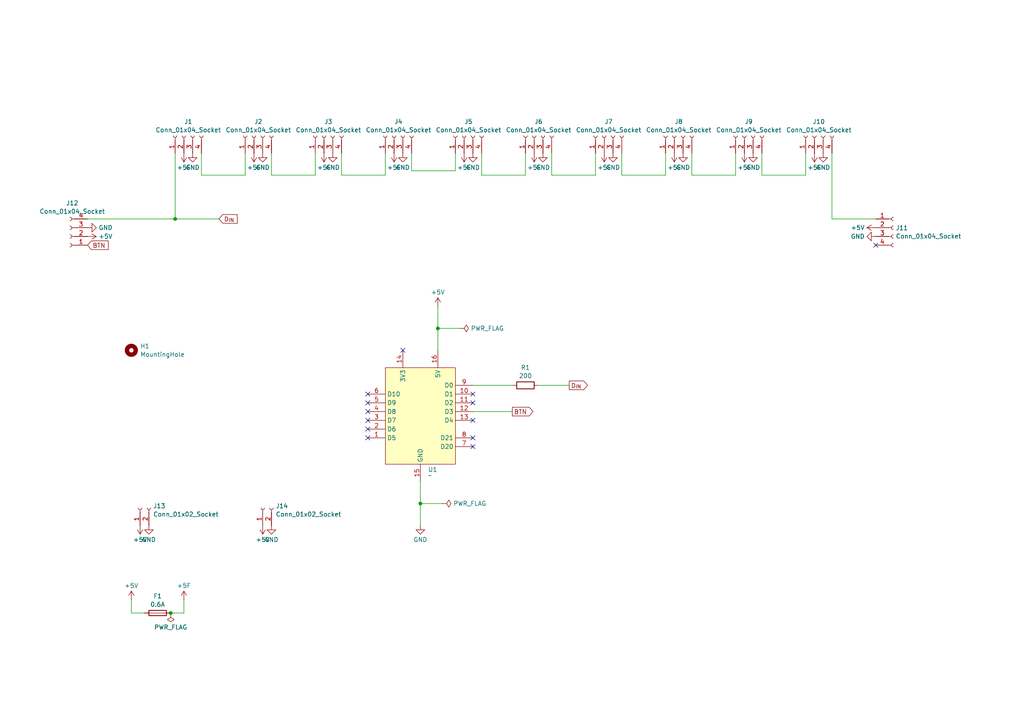
<source format=kicad_sch>
(kicad_sch (version 20231120) (generator "eeschema") (generator_version "8.0")
  (paper "A4")
  (lib_symbols
    (symbol "Connector:Conn_01x02_Socket" (pin_names (offset 1.016) hide)
      (property "Reference" "J" (at 0 2.54 0))
      (property "Value" "Conn_01x02_Socket" (at 0 -5.08 0))
      (symbol "Conn_01x02_Socket_1_1"
        (arc (start 0 -2.032) (mid -0.5058 -2.54) (end 0 -3.048) (stroke (width 0.1524)))
        (polyline (pts (xy -1.27 -2.54) (xy -0.508 -2.54)) (stroke (width 0.1524)))
        (polyline (pts (xy -1.27 0) (xy -0.508 0)) (stroke (width 0.1524)))
        (arc (start 0 0.508) (mid -0.5058 0) (end 0 -0.508) (stroke (width 0.1524)))
        (pin passive line (at -5.08 0 0) (length 3.81) (name "Pin_1") (number "1"))
        (pin passive line (at -5.08 -2.54 0) (length 3.81) (name "Pin_2") (number "2"))
      )
    )
    (symbol "Connector:Conn_01x04_Socket" (pin_names (offset 1.016) hide)
      (property "Reference" "J" (at 0 5.08 0))
      (property "Value" "Conn_01x04_Socket" (at 0 -7.62 0))
      (symbol "Conn_01x04_Socket_1_1"
        (arc (start 0 -4.572) (mid -0.5058 -5.08) (end 0 -5.588) (stroke (width 0.1524)))
        (arc (start 0 -2.032) (mid -0.5058 -2.54) (end 0 -3.048) (stroke (width 0.1524)))
        (polyline (pts (xy -1.27 -5.08) (xy -0.508 -5.08)) (stroke (width 0.1524)))
        (polyline (pts (xy -1.27 -2.54) (xy -0.508 -2.54)) (stroke (width 0.1524)))
        (polyline (pts (xy -1.27 0) (xy -0.508 0)) (stroke (width 0.1524)))
        (polyline (pts (xy -1.27 2.54) (xy -0.508 2.54)) (stroke (width 0.1524)))
        (arc (start 0 0.508) (mid -0.5058 0) (end 0 -0.508) (stroke (width 0.1524)))
        (arc (start 0 3.048) (mid -0.5058 2.54) (end 0 2.032) (stroke (width 0.1524)))
        (pin passive line (at -5.08 2.54 0) (length 3.81) (name "Pin_1") (number "1"))
        (pin passive line (at -5.08 0 0) (length 3.81) (name "Pin_2") (number "2"))
        (pin passive line (at -5.08 -2.54 0) (length 3.81) (name "Pin_3") (number "3"))
        (pin passive line (at -5.08 -5.08 0) (length 3.81) (name "Pin_4") (number "4"))
      )
    )
    (symbol "Device:Fuse" (pin_numbers hide) (pin_names (offset 0))
      (property "Reference" "F" (at 2.032 0 90))
      (property "Value" "Fuse" (at -1.905 0 90))
      (symbol "Fuse_0_1"
        (rectangle (start -0.762 -2.54) (end 0.762 2.54) (stroke (width 0.254)))
        (polyline (pts (xy 0 2.54) (xy 0 -2.54)))
      )
      (symbol "Fuse_1_1"
        (pin passive line (at 0 3.81 270) (length 1.27) (name "~") (number "1"))
        (pin passive line (at 0 -3.81 90) (length 1.27) (name "~") (number "2"))
      )
    )
    (symbol "Device:R" (pin_numbers hide) (pin_names (offset 0))
      (property "Reference" "R" (at 2.032 0 90))
      (property "Value" "R" (at 0 0 90))
      (symbol "R_0_1"
        (rectangle (start -1.016 -2.54) (end 1.016 2.54) (stroke (width 0.254)))
      )
      (symbol "R_1_1"
        (pin passive line (at 0 3.81 270) (length 1.27) (name "~") (number "1"))
        (pin passive line (at 0 -3.81 90) (length 1.27) (name "~") (number "2"))
      )
    )
    (symbol "Mechanical:MountingHole" (pin_names (offset 1.016)) (exclude_from_sim yes) (in_bom no)
      (property "Reference" "H" (at 0 5.08 0))
      (property "Value" "MountingHole" (at 0 3.175 0))
      (symbol "MountingHole_0_1"
        (circle (center 0 0) (radius 1.27) (stroke (width 1.27)))
      )
    )
    (symbol "ledpcb:ESP32C3"
      (property "Reference" "U" (at -1.27 -1.27 0))
      (symbol "ESP32C3_1_1"
        (rectangle (start 0 27.94) (end 20.32 0) (fill (type background)))
        (pin bidirectional line (at -5.08 7.62 0) (length 5.08) (name "D5") (number "1"))
        (pin bidirectional line (at 25.4 20.32 180) (length 5.08) (name "D1") (number "10"))
        (pin bidirectional line (at 25.4 17.78 180) (length 5.08) (name "D2") (number "11"))
        (pin bidirectional line (at 25.4 15.24 180) (length 5.08) (name "D3") (number "12"))
        (pin bidirectional line (at 25.4 12.7 180) (length 5.08) (name "D4") (number "13"))
        (pin bidirectional line (at 5.08 33.02 270) (length 5.08) (name "3V3") (number "14"))
        (pin bidirectional line (at 10.16 -5.08 90) (length 5.08) (name "GND") (number "15"))
        (pin bidirectional line (at 15.24 33.02 270) (length 5.08) (name "5V") (number "16"))
        (pin bidirectional line (at -5.08 10.16 0) (length 5.08) (name "D6") (number "2"))
        (pin bidirectional line (at -5.08 12.7 0) (length 5.08) (name "D7") (number "3"))
        (pin bidirectional line (at -5.08 15.24 0) (length 5.08) (name "D8") (number "4"))
        (pin bidirectional line (at -5.08 17.78 0) (length 5.08) (name "D9") (number "5"))
        (pin bidirectional line (at -5.08 20.32 0) (length 5.08) (name "D10") (number "6"))
        (pin bidirectional line (at 25.4 5.08 180) (length 5.08) (name "D20") (number "7"))
        (pin bidirectional line (at 25.4 7.62 180) (length 5.08) (name "D21") (number "8"))
        (pin bidirectional line (at 25.4 22.86 180) (length 5.08) (name "D0") (number "9"))
      )
    )
    (symbol "power:+5F" (power) (pin_numbers hide) (pin_names (offset 0) hide)
      (property "Value" "+5F" (at 0 3.556 0))
      (symbol "+5F_0_1"
        (polyline (pts (xy -0.762 1.27) (xy 0 2.54)))
        (polyline (pts (xy 0 0) (xy 0 2.54)))
        (polyline (pts (xy 0 2.54) (xy 0.762 1.27)))
      )
      (symbol "+5F_1_1"
        (pin power_in line (at 0 0 90) (length 0) (name "~") (number "1"))
      )
    )
    (symbol "power:+5V" (power) (pin_numbers hide) (pin_names (offset 0) hide)
      (property "Value" "+5V" (at 0 3.556 0))
      (symbol "+5V_0_1"
        (polyline (pts (xy -0.762 1.27) (xy 0 2.54)))
        (polyline (pts (xy 0 0) (xy 0 2.54)))
        (polyline (pts (xy 0 2.54) (xy 0.762 1.27)))
      )
      (symbol "+5V_1_1"
        (pin power_in line (at 0 0 90) (length 0) (name "~") (number "1"))
      )
    )
    (symbol "power:GND" (power) (pin_numbers hide) (pin_names (offset 0) hide)
      (property "Value" "GND" (at 0 -3.81 0))
      (symbol "GND_0_1"
        (polyline (pts (xy 0 0) (xy 0 -1.27) (xy 1.27 -1.27) (xy 0 -2.54) (xy -1.27 -1.27) (xy 0 -1.27)))
      )
      (symbol "GND_1_1"
        (pin power_in line (at 0 0 270) (length 0) (name "~") (number "1"))
      )
    )
    (symbol "power:PWR_FLAG" (power) (pin_numbers hide) (pin_names (offset 0) hide)
      (property "Value" "PWR_FLAG" (at 0 3.81 0))
      (symbol "PWR_FLAG_0_0"
        (pin power_out line (at 0 0 90) (length 0) (name "~") (number "1"))
      )
      (symbol "PWR_FLAG_0_1"
        (polyline (pts (xy 0 0) (xy 0 1.27) (xy -1.016 1.905) (xy 0 2.54) (xy 1.016 1.905) (xy 0 1.27)))
      )
    )
  )
  (junction (at 127 95.25))
  (junction (at 49.53 177.8))
  (junction (at 121.92 146.05))
  (junction (at 50.8 63.5))
  (no_connect (at 106.68 116.84))
  (no_connect (at 116.84 101.6))
  (no_connect (at 137.16 121.92))
  (no_connect (at 106.68 119.38))
  (no_connect (at 106.68 121.92))
  (no_connect (at 254 71.12))
  (no_connect (at 137.16 116.84))
  (no_connect (at 137.16 114.3))
  (no_connect (at 106.68 114.3))
  (no_connect (at 106.68 127))
  (no_connect (at 106.68 124.46))
  (no_connect (at 137.16 129.54))
  (no_connect (at 137.16 127))
  (wire (pts (xy 53.34 177.8) (xy 49.53 177.8)))
  (wire (pts (xy 58.42 44.45) (xy 58.42 50.8)))
  (wire (pts (xy 38.1 177.8) (xy 41.91 177.8)))
  (wire (pts (xy 121.92 146.05) (xy 128.27 146.05)))
  (wire (pts (xy 200.66 44.45) (xy 200.66 50.8)))
  (wire (pts (xy 254 63.5) (xy 241.3 63.5)))
  (wire (pts (xy 180.34 44.45) (xy 180.34 50.8)))
  (wire (pts (xy 111.76 50.8) (xy 111.76 44.45)))
  (wire (pts (xy 172.72 50.8) (xy 172.72 44.45)))
  (wire (pts (xy 127 95.25) (xy 133.35 95.25)))
  (wire (pts (xy 127 95.25) (xy 127 101.6)))
  (wire (pts (xy 241.3 44.45) (xy 241.3 63.5)))
  (wire (pts (xy 160.02 50.8) (xy 172.72 50.8)))
  (wire (pts (xy 50.8 63.5) (xy 63.5 63.5)))
  (wire (pts (xy 220.98 44.45) (xy 220.98 50.8)))
  (wire (pts (xy 38.1 173.99) (xy 38.1 177.8)))
  (wire (pts (xy 78.74 44.45) (xy 78.74 50.8)))
  (wire (pts (xy 127 88.9) (xy 127 95.25)))
  (wire (pts (xy 78.74 50.8) (xy 91.44 50.8)))
  (wire (pts (xy 71.12 50.8) (xy 71.12 44.45)))
  (wire (pts (xy 58.42 50.8) (xy 71.12 50.8)))
  (wire (pts (xy 50.8 44.45) (xy 50.8 63.5)))
  (wire (pts (xy 213.36 50.8) (xy 213.36 44.45)))
  (wire (pts (xy 233.68 50.8) (xy 233.68 44.45)))
  (wire (pts (xy 99.06 44.45) (xy 99.06 50.8)))
  (wire (pts (xy 25.4 63.5) (xy 50.8 63.5)))
  (wire (pts (xy 152.4 50.8) (xy 152.4 44.45)))
  (wire (pts (xy 139.7 44.45) (xy 139.7 50.8)))
  (wire (pts (xy 91.44 50.8) (xy 91.44 44.45)))
  (wire (pts (xy 137.16 119.38) (xy 148.59 119.38)))
  (wire (pts (xy 160.02 44.45) (xy 160.02 50.8)))
  (wire (pts (xy 139.7 50.8) (xy 152.4 50.8)))
  (wire (pts (xy 53.34 173.99) (xy 53.34 177.8)))
  (wire (pts (xy 121.92 139.7) (xy 121.92 146.05)))
  (wire (pts (xy 119.38 44.45) (xy 119.38 49.53)))
  (wire (pts (xy 119.38 49.53) (xy 132.08 49.53)))
  (wire (pts (xy 156.21 111.76) (xy 165.1 111.76)))
  (wire (pts (xy 121.92 146.05) (xy 121.92 152.4)))
  (wire (pts (xy 137.16 111.76) (xy 148.59 111.76)))
  (wire (pts (xy 200.66 50.8) (xy 213.36 50.8)))
  (wire (pts (xy 99.06 50.8) (xy 111.76 50.8)))
  (wire (pts (xy 132.08 49.53) (xy 132.08 44.45)))
  (wire (pts (xy 220.98 50.8) (xy 233.68 50.8)))
  (wire (pts (xy 180.34 50.8) (xy 193.04 50.8)))
  (wire (pts (xy 193.04 50.8) (xy 193.04 44.45)))
  (global_label "BTN" (shape input) (at 25.4 71.12 0) (property "Intersheetrefs" "${INTERSHEET_REFS}" (effects (hide yes))))
  (global_label "D_{IN}" (shape output) (at 165.1 111.76 0) (property "Intersheetrefs" "${INTERSHEET_REFS}" (effects (hide yes))))
  (global_label "BTN" (shape output) (at 148.59 119.38 0) (property "Intersheetrefs" "${INTERSHEET_REFS}" (effects (hide yes))))
  (global_label "D_{IN}" (shape input) (at 63.5 63.5 0) (property "Intersheetrefs" "${INTERSHEET_REFS}" (effects (hide yes))))
  (symbol (lib_id "power:+5V") (at 25.4 68.58 270) (unit 1)
    (property "Reference" "#PWR013" (effects (hide yes)))
    (property "Value" "+5V" (at 28.575 68.58 90) (effects (justify left)))
    (property "Description" "Power symbol creates a global label with name \"+5V\"" (effects (hide yes)))
  )
  (symbol (lib_id "power:GND") (at 25.4 66.04 90) (unit 1)
    (property "Reference" "#PWR012" (effects (hide yes)))
    (property "Value" "GND" (at 28.575 66.04 90) (effects (justify right)))
    (property "Description" "Power symbol creates a global label with name \"GND\" , ground" (effects (hide yes)))
  )
  (symbol (lib_id "power:PWR_FLAG") (at 49.53 177.8 180) (unit 1)
    (property "Reference" "#FLG01" (effects (hide yes)))
    (property "Value" "PWR_FLAG" (at 49.53 181.9331 0))
    (property "Description" "Special symbol for telling ERC where power comes from" (effects (hide yes)))
  )
  (symbol (lib_id "power:GND") (at 76.2 44.45 0) (unit 1)
    (property "Reference" "#PWR02" (effects (hide yes)))
    (property "Value" "GND" (at 76.2 48.5831 0))
    (property "Description" "Power symbol creates a global label with name \"GND\" , ground" (effects (hide yes)))
  )
  (symbol (lib_id "power:+5F") (at 53.34 173.99 0) (unit 1)
    (property "Reference" "#PWR025" (effects (hide yes)))
    (property "Value" "+5F" (at 53.34 169.8569 0))
    (property "Description" "Power symbol creates a global label with name \"+5F\"" (effects (hide yes)))
  )
  (symbol (lib_id "Connector:Conn_01x04_Socket") (at 259.08 66.04 0) (unit 1)
    (property "Reference" "J11" (at 259.7912 66.0978 0) (effects (justify left)))
    (property "Value" "Conn_01x04_Socket" (at 259.7912 68.5221 0) (effects (justify left)))
    (property "Footprint" "Connector_JST:JST_ZH_B4B-ZR_1x04_P1.50mm_Vertical" (effects (hide yes)))
    (property "Datasheet" "C22362446" (effects (hide yes)))
    (property "Description" "Generic connector, single row, 01x04, script generated" (effects (hide yes)))
  )
  (symbol (lib_id "power:GND") (at 96.52 44.45 0) (unit 1)
    (property "Reference" "#PWR03" (effects (hide yes)))
    (property "Value" "GND" (at 96.52 48.5831 0))
    (property "Description" "Power symbol creates a global label with name \"GND\" , ground" (effects (hide yes)))
  )
  (symbol (lib_id "Connector:Conn_01x02_Socket") (at 40.64 147.32 90) (unit 1)
    (property "Reference" "J13" (at 44.3992 146.7428 90) (effects (justify right)))
    (property "Value" "Conn_01x02_Socket" (at 44.3992 149.1671 90) (effects (justify right)))
    (property "Footprint" "Connector_JST:JST_ZH_B2B-ZR_1x02_P1.50mm_Vertical" (effects (hide yes)))
    (property "Datasheet" "C22362444" (effects (hide yes)))
    (property "Description" "Generic connector, single row, 01x02, script generated" (effects (hide yes)))
  )
  (symbol (lib_id "power:+5F") (at 215.9 44.45 180) (unit 1)
    (property "Reference" "#PWR022" (effects (hide yes)))
    (property "Value" "+5F" (at 215.9 48.5831 0))
    (property "Description" "Power symbol creates a global label with name \"+5F\"" (effects (hide yes)))
  )
  (symbol (lib_id "power:+5V") (at 38.1 173.99 0) (unit 1)
    (property "Reference" "#PWR026" (effects (hide yes)))
    (property "Value" "+5V" (at 38.1 169.8569 0))
    (property "Description" "Power symbol creates a global label with name \"+5V\"" (effects (hide yes)))
  )
  (symbol (lib_id "ledpcb:ESP32C3") (at 111.76 134.62 0) (unit 1)
    (property "Reference" "U1" (at 124.1141 136.2131 0) (effects (justify left)))
    (property "Value" "~" (at 124.1141 137.8945 0) (effects (justify left)))
    (property "Footprint" "ledbcp:ESP32C3" (effects (hide yes)))
  )
  (symbol (lib_id "power:+5F") (at 53.34 44.45 180) (unit 1)
    (property "Reference" "#PWR014" (effects (hide yes)))
    (property "Value" "+5F" (at 53.34 48.5831 0))
    (property "Description" "Power symbol creates a global label with name \"+5F\"" (effects (hide yes)))
  )
  (symbol (lib_id "Connector:Conn_01x02_Socket") (at 76.2 147.32 90) (unit 1)
    (property "Reference" "J14" (at 79.9592 146.7428 90) (effects (justify right)))
    (property "Value" "Conn_01x02_Socket" (at 79.9592 149.1671 90) (effects (justify right)))
    (property "Footprint" "Connector_JST:JST_ZH_B2B-ZR_1x02_P1.50mm_Vertical" (effects (hide yes)))
    (property "Datasheet" "C22362444" (effects (hide yes)))
    (property "Description" "Generic connector, single row, 01x02, script generated" (effects (hide yes)))
  )
  (symbol (lib_id "Connector:Conn_01x04_Socket") (at 154.94 39.37 90) (unit 1)
    (property "Reference" "J6" (at 156.21 35.2763 90))
    (property "Value" "Conn_01x04_Socket" (at 156.21 37.7006 90))
    (property "Footprint" "Connector_JST:JST_ZH_B4B-ZR_1x04_P1.50mm_Vertical" (effects (hide yes)))
    (property "Datasheet" "C22362446" (effects (hide yes)))
    (property "Description" "Generic connector, single row, 01x04, script generated" (effects (hide yes)))
  )
  (symbol (lib_id "power:+5V") (at 40.64 152.4 180) (unit 1)
    (property "Reference" "#PWR029" (effects (hide yes)))
    (property "Value" "+5V" (at 40.64 156.5331 0))
    (property "Description" "Power symbol creates a global label with name \"+5V\"" (effects (hide yes)))
  )
  (symbol (lib_id "Connector:Conn_01x04_Socket") (at 93.98 39.37 90) (unit 1)
    (property "Reference" "J3" (at 95.25 35.2763 90))
    (property "Value" "Conn_01x04_Socket" (at 95.25 37.7006 90))
    (property "Footprint" "Connector_JST:JST_ZH_B4B-ZR_1x04_P1.50mm_Vertical" (effects (hide yes)))
    (property "Datasheet" "C22362446" (effects (hide yes)))
    (property "Description" "Generic connector, single row, 01x04, script generated" (effects (hide yes)))
  )
  (symbol (lib_id "power:+5F") (at 93.98 44.45 180) (unit 1)
    (property "Reference" "#PWR016" (effects (hide yes)))
    (property "Value" "+5F" (at 93.98 48.5831 0))
    (property "Description" "Power symbol creates a global label with name \"+5F\"" (effects (hide yes)))
  )
  (symbol (lib_id "Device:R") (at 152.4 111.76 90) (unit 1)
    (property "Reference" "R1" (at 152.4 106.5995 90))
    (property "Value" "200" (at 152.4 109.0238 90))
    (property "Footprint" "Resistor_SMD:R_0603_1608Metric" (effects (hide yes)))
    (property "Description" "Resistor" (effects (hide yes)))
    (property "LCSC" "C186377" (effects (hide yes)))
  )
  (symbol (lib_id "power:+5F") (at 175.26 44.45 180) (unit 1)
    (property "Reference" "#PWR020" (effects (hide yes)))
    (property "Value" "+5F" (at 175.26 48.5831 0))
    (property "Description" "Power symbol creates a global label with name \"+5F\"" (effects (hide yes)))
  )
  (symbol (lib_id "power:GND") (at 157.48 44.45 0) (unit 1)
    (property "Reference" "#PWR06" (effects (hide yes)))
    (property "Value" "GND" (at 157.48 48.5831 0))
    (property "Description" "Power symbol creates a global label with name \"GND\" , ground" (effects (hide yes)))
  )
  (symbol (lib_id "power:GND") (at 121.92 152.4 0) (unit 1)
    (property "Reference" "#PWR028" (effects (hide yes)))
    (property "Value" "GND" (at 121.92 156.5331 0))
    (property "Description" "Power symbol creates a global label with name \"GND\" , ground" (effects (hide yes)))
  )
  (symbol (lib_id "Connector:Conn_01x04_Socket") (at 175.26 39.37 90) (unit 1)
    (property "Reference" "J7" (at 176.53 35.2763 90))
    (property "Value" "Conn_01x04_Socket" (at 176.53 37.7006 90))
    (property "Footprint" "Connector_JST:JST_ZH_B4B-ZR_1x04_P1.50mm_Vertical" (effects (hide yes)))
    (property "Datasheet" "C22362446" (effects (hide yes)))
    (property "Description" "Generic connector, single row, 01x04, script generated" (effects (hide yes)))
  )
  (symbol (lib_id "Connector:Conn_01x04_Socket") (at 195.58 39.37 90) (unit 1)
    (property "Reference" "J8" (at 196.85 35.2763 90))
    (property "Value" "Conn_01x04_Socket" (at 196.85 37.7006 90))
    (property "Footprint" "Connector_JST:JST_ZH_B4B-ZR_1x04_P1.50mm_Vertical" (effects (hide yes)))
    (property "Datasheet" "C22362446" (effects (hide yes)))
    (property "Description" "Generic connector, single row, 01x04, script generated" (effects (hide yes)))
  )
  (symbol (lib_id "power:GND") (at 43.18 152.4 0) (unit 1)
    (property "Reference" "#PWR030" (effects (hide yes)))
    (property "Value" "GND" (at 43.18 156.5331 0))
    (property "Description" "Power symbol creates a global label with name \"GND\" , ground" (effects (hide yes)))
  )
  (symbol (lib_id "power:+5F") (at 154.94 44.45 180) (unit 1)
    (property "Reference" "#PWR019" (effects (hide yes)))
    (property "Value" "+5F" (at 154.94 48.5831 0))
    (property "Description" "Power symbol creates a global label with name \"+5F\"" (effects (hide yes)))
  )
  (symbol (lib_id "power:+5V") (at 127 88.9 0) (unit 1)
    (property "Reference" "#PWR027" (effects (hide yes)))
    (property "Value" "+5V" (at 127 84.7669 0))
    (property "Description" "Power symbol creates a global label with name \"+5V\"" (effects (hide yes)))
  )
  (symbol (lib_id "Connector:Conn_01x04_Socket") (at 114.3 39.37 90) (unit 1)
    (property "Reference" "J4" (at 115.57 35.2763 90))
    (property "Value" "Conn_01x04_Socket" (at 115.57 37.7006 90))
    (property "Footprint" "Connector_JST:JST_ZH_B4B-ZR_1x04_P1.50mm_Vertical" (effects (hide yes)))
    (property "Datasheet" "C22362446" (effects (hide yes)))
    (property "Description" "Generic connector, single row, 01x04, script generated" (effects (hide yes)))
  )
  (symbol (lib_id "power:+5V") (at 76.2 152.4 180) (unit 1)
    (property "Reference" "#PWR031" (effects (hide yes)))
    (property "Value" "+5V" (at 76.2 156.5331 0))
    (property "Description" "Power symbol creates a global label with name \"+5V\"" (effects (hide yes)))
  )
  (symbol (lib_id "power:+5F") (at 73.66 44.45 180) (unit 1)
    (property "Reference" "#PWR015" (effects (hide yes)))
    (property "Value" "+5F" (at 73.66 48.5831 0))
    (property "Description" "Power symbol creates a global label with name \"+5F\"" (effects (hide yes)))
  )
  (symbol (lib_id "power:GND") (at 198.12 44.45 0) (unit 1)
    (property "Reference" "#PWR08" (effects (hide yes)))
    (property "Value" "GND" (at 198.12 48.5831 0))
    (property "Description" "Power symbol creates a global label with name \"GND\" , ground" (effects (hide yes)))
  )
  (symbol (lib_id "power:+5F") (at 114.3 44.45 180) (unit 1)
    (property "Reference" "#PWR017" (effects (hide yes)))
    (property "Value" "+5F" (at 114.3 48.5831 0))
    (property "Description" "Power symbol creates a global label with name \"+5F\"" (effects (hide yes)))
  )
  (symbol (lib_id "power:GND") (at 116.84 44.45 0) (unit 1)
    (property "Reference" "#PWR04" (effects (hide yes)))
    (property "Value" "GND" (at 116.84 48.5831 0))
    (property "Description" "Power symbol creates a global label with name \"GND\" , ground" (effects (hide yes)))
  )
  (symbol (lib_id "Connector:Conn_01x04_Socket") (at 53.34 39.37 90) (unit 1)
    (property "Reference" "J1" (at 54.61 35.2763 90))
    (property "Value" "Conn_01x04_Socket" (at 54.61 37.7006 90))
    (property "Footprint" "Connector_JST:JST_ZH_B4B-ZR_1x04_P1.50mm_Vertical" (effects (hide yes)))
    (property "Datasheet" "C22362446" (effects (hide yes)))
    (property "Description" "Generic connector, single row, 01x04, script generated" (effects (hide yes)))
  )
  (symbol (lib_id "power:+5F") (at 195.58 44.45 180) (unit 1)
    (property "Reference" "#PWR021" (effects (hide yes)))
    (property "Value" "+5F" (at 195.58 48.5831 0))
    (property "Description" "Power symbol creates a global label with name \"+5F\"" (effects (hide yes)))
  )
  (symbol (lib_id "Device:Fuse") (at 45.72 177.8 90) (unit 1)
    (property "Reference" "F1" (at 45.72 172.8935 90))
    (property "Value" "0.6A" (at 45.72 175.3178 90))
    (property "Footprint" "Fuse:Fuse_1206_3216Metric" (effects (hide yes)))
    (property "Description" "Fuse" (effects (hide yes)))
    (property "LCSC" "C187594" (effects (hide yes)))
  )
  (symbol (lib_id "Connector:Conn_01x04_Socket") (at 73.66 39.37 90) (unit 1)
    (property "Reference" "J2" (at 74.93 35.2763 90))
    (property "Value" "Conn_01x04_Socket" (at 74.93 37.7006 90))
    (property "Footprint" "Connector_JST:JST_ZH_B4B-ZR_1x04_P1.50mm_Vertical" (effects (hide yes)))
    (property "Datasheet" "C22362446" (effects (hide yes)))
    (property "Description" "Generic connector, single row, 01x04, script generated" (effects (hide yes)))
  )
  (symbol (lib_id "power:+5F") (at 236.22 44.45 180) (unit 1)
    (property "Reference" "#PWR023" (effects (hide yes)))
    (property "Value" "+5F" (at 236.22 48.5831 0))
    (property "Description" "Power symbol creates a global label with name \"+5F\"" (effects (hide yes)))
  )
  (symbol (lib_id "power:GND") (at 254 68.58 270) (unit 1)
    (property "Reference" "#PWR011" (effects (hide yes)))
    (property "Value" "GND" (at 250.8251 68.58 90) (effects (justify right)))
    (property "Description" "Power symbol creates a global label with name \"GND\" , ground" (effects (hide yes)))
  )
  (symbol (lib_id "power:PWR_FLAG") (at 133.35 95.25 270) (unit 1)
    (property "Reference" "#FLG02" (effects (hide yes)))
    (property "Value" "PWR_FLAG" (at 136.525 95.25 90) (effects (justify left)))
    (property "Description" "Special symbol for telling ERC where power comes from" (effects (hide yes)))
  )
  (symbol (lib_id "Mechanical:MountingHole") (at 38.1 101.6 0) (unit 1) (exclude_from_sim yes) (in_bom no)
    (property "Reference" "H1" (at 40.64 100.3878 0) (effects (justify left)))
    (property "Value" "MountingHole" (at 40.64 102.8121 0) (effects (justify left)))
    (property "Footprint" "MountingHole:MountingHole_3.2mm_M3" (effects (hide yes)))
    (property "Description" "Mounting Hole without connection" (effects (hide yes)))
  )
  (symbol (lib_id "power:GND") (at 177.8 44.45 0) (unit 1)
    (property "Reference" "#PWR07" (effects (hide yes)))
    (property "Value" "GND" (at 177.8 48.5831 0))
    (property "Description" "Power symbol creates a global label with name \"GND\" , ground" (effects (hide yes)))
  )
  (symbol (lib_id "Connector:Conn_01x04_Socket") (at 134.62 39.37 90) (unit 1)
    (property "Reference" "J5" (at 135.89 35.2763 90))
    (property "Value" "Conn_01x04_Socket" (at 135.89 37.7006 90))
    (property "Footprint" "Connector_JST:JST_ZH_B4B-ZR_1x04_P1.50mm_Vertical" (effects (hide yes)))
    (property "Datasheet" "C22362446" (effects (hide yes)))
    (property "Description" "Generic connector, single row, 01x04, script generated" (effects (hide yes)))
  )
  (symbol (lib_id "power:PWR_FLAG") (at 128.27 146.05 270) (unit 1)
    (property "Reference" "#FLG03" (effects (hide yes)))
    (property "Value" "PWR_FLAG" (at 131.445 146.05 90) (effects (justify left)))
    (property "Description" "Special symbol for telling ERC where power comes from" (effects (hide yes)))
  )
  (symbol (lib_id "power:GND") (at 238.76 44.45 0) (unit 1)
    (property "Reference" "#PWR010" (effects (hide yes)))
    (property "Value" "GND" (at 238.76 48.5831 0))
    (property "Description" "Power symbol creates a global label with name \"GND\" , ground" (effects (hide yes)))
  )
  (symbol (lib_id "Connector:Conn_01x04_Socket") (at 236.22 39.37 90) (unit 1)
    (property "Reference" "J10" (at 237.49 35.2763 90))
    (property "Value" "Conn_01x04_Socket" (at 237.49 37.7006 90))
    (property "Footprint" "Connector_JST:JST_ZH_B4B-ZR_1x04_P1.50mm_Vertical" (effects (hide yes)))
    (property "Datasheet" "C22362446" (effects (hide yes)))
    (property "Description" "Generic connector, single row, 01x04, script generated" (effects (hide yes)))
  )
  (symbol (lib_id "power:+5V") (at 254 66.04 90) (unit 1)
    (property "Reference" "#PWR024" (effects (hide yes)))
    (property "Value" "+5V" (at 250.8251 66.04 90) (effects (justify left)))
    (property "Description" "Power symbol creates a global label with name \"+5V\"" (effects (hide yes)))
  )
  (symbol (lib_id "Connector:Conn_01x04_Socket") (at 20.32 68.58 180) (unit 1)
    (property "Reference" "J12" (at 20.955 58.8983 0))
    (property "Value" "Conn_01x04_Socket" (at 20.955 61.3226 0))
    (property "Footprint" "Connector_JST:JST_ZH_B4B-ZR_1x04_P1.50mm_Vertical" (effects (hide yes)))
    (property "Datasheet" "C22362446" (effects (hide yes)))
    (property "Description" "Generic connector, single row, 01x04, script generated" (effects (hide yes)))
    (property "LCSC" "C22362446" (effects (hide yes)))
  )
  (symbol (lib_id "power:GND") (at 78.74 152.4 0) (unit 1)
    (property "Reference" "#PWR032" (effects (hide yes)))
    (property "Value" "GND" (at 78.74 156.5331 0))
    (property "Description" "Power symbol creates a global label with name \"GND\" , ground" (effects (hide yes)))
  )
  (symbol (lib_id "power:GND") (at 137.16 44.45 0) (unit 1)
    (property "Reference" "#PWR05" (effects (hide yes)))
    (property "Value" "GND" (at 137.16 48.5831 0))
    (property "Description" "Power symbol creates a global label with name \"GND\" , ground" (effects (hide yes)))
  )
  (symbol (lib_id "power:+5F") (at 134.62 44.45 180) (unit 1)
    (property "Reference" "#PWR018" (effects (hide yes)))
    (property "Value" "+5F" (at 134.62 48.5831 0))
    (property "Description" "Power symbol creates a global label with name \"+5F\"" (effects (hide yes)))
  )
  (symbol (lib_id "power:GND") (at 55.88 44.45 0) (unit 1)
    (property "Reference" "#PWR01" (effects (hide yes)))
    (property "Value" "GND" (at 55.88 48.5831 0))
    (property "Description" "Power symbol creates a global label with name \"GND\" , ground" (effects (hide yes)))
  )
  (symbol (lib_id "power:GND") (at 218.44 44.45 0) (unit 1)
    (property "Reference" "#PWR09" (effects (hide yes)))
    (property "Value" "GND" (at 218.44 48.5831 0))
    (property "Description" "Power symbol creates a global label with name \"GND\" , ground" (effects (hide yes)))
  )
  (symbol (lib_id "Connector:Conn_01x04_Socket") (at 215.9 39.37 90) (unit 1)
    (property "Reference" "J9" (at 217.17 35.2763 90))
    (property "Value" "Conn_01x04_Socket" (at 217.17 37.7006 90))
    (property "Footprint" "Connector_JST:JST_ZH_B4B-ZR_1x04_P1.50mm_Vertical" (effects (hide yes)))
    (property "Datasheet" "C22362446" (effects (hide yes)))
    (property "Description" "Generic connector, single row, 01x04, script generated" (effects (hide yes)))
  )
)
</source>
